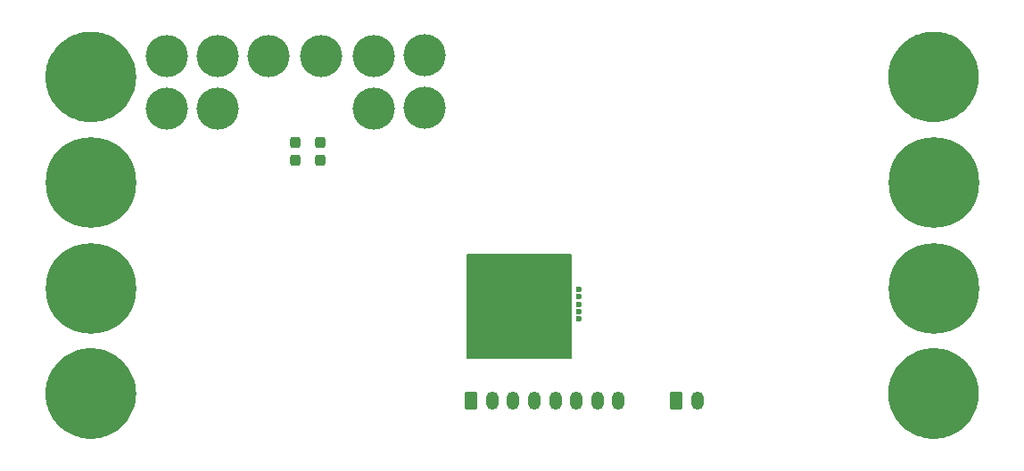
<source format=gbr>
%TF.GenerationSoftware,KiCad,Pcbnew,9.0.4*%
%TF.CreationDate,2025-09-17T13:52:31+02:00*%
%TF.ProjectId,switching_psu,73776974-6368-4696-9e67-5f7073752e6b,rev?*%
%TF.SameCoordinates,Original*%
%TF.FileFunction,Soldermask,Bot*%
%TF.FilePolarity,Negative*%
%FSLAX46Y46*%
G04 Gerber Fmt 4.6, Leading zero omitted, Abs format (unit mm)*
G04 Created by KiCad (PCBNEW 9.0.4) date 2025-09-17 13:52:31*
%MOMM*%
%LPD*%
G01*
G04 APERTURE LIST*
G04 Aperture macros list*
%AMRoundRect*
0 Rectangle with rounded corners*
0 $1 Rounding radius*
0 $2 $3 $4 $5 $6 $7 $8 $9 X,Y pos of 4 corners*
0 Add a 4 corners polygon primitive as box body*
4,1,4,$2,$3,$4,$5,$6,$7,$8,$9,$2,$3,0*
0 Add four circle primitives for the rounded corners*
1,1,$1+$1,$2,$3*
1,1,$1+$1,$4,$5*
1,1,$1+$1,$6,$7*
1,1,$1+$1,$8,$9*
0 Add four rect primitives between the rounded corners*
20,1,$1+$1,$2,$3,$4,$5,0*
20,1,$1+$1,$4,$5,$6,$7,0*
20,1,$1+$1,$6,$7,$8,$9,0*
20,1,$1+$1,$8,$9,$2,$3,0*%
G04 Aperture macros list end*
%ADD10C,4.300000*%
%ADD11C,0.900000*%
%ADD12C,8.600000*%
%ADD13RoundRect,0.250000X-0.350000X-0.625000X0.350000X-0.625000X0.350000X0.625000X-0.350000X0.625000X0*%
%ADD14O,1.200000X1.750000*%
%ADD15RoundRect,0.237500X0.237500X-0.300000X0.237500X0.300000X-0.237500X0.300000X-0.237500X-0.300000X0*%
%ADD16C,4.000000*%
%ADD17C,0.600000*%
G04 APERTURE END LIST*
D10*
%TO.C,H8*%
X185249354Y-109899000D03*
%TD*%
%TO.C,H5*%
X105249354Y-79799000D03*
%TD*%
%TO.C,H6*%
X185249354Y-79799000D03*
%TD*%
D11*
%TO.C,H1*%
X102024354Y-99900000D03*
X102968935Y-97619581D03*
X102968935Y-102180419D03*
X105249354Y-96675000D03*
D12*
X105249354Y-99900000D03*
D11*
X105249354Y-103125000D03*
X107529773Y-97619581D03*
X107529773Y-102180419D03*
X108474354Y-99900000D03*
%TD*%
%TO.C,H3*%
X182024354Y-89799000D03*
X182968935Y-87518581D03*
X182968935Y-92079419D03*
X185249354Y-86574000D03*
D12*
X185249354Y-89799000D03*
D11*
X185249354Y-93024000D03*
X187529773Y-87518581D03*
X187529773Y-92079419D03*
X188474354Y-89799000D03*
%TD*%
D10*
%TO.C,H7*%
X105249354Y-109899000D03*
%TD*%
D11*
%TO.C,H4*%
X182024354Y-99899000D03*
X182968935Y-97618581D03*
X182968935Y-102179419D03*
X185249354Y-96674000D03*
D12*
X185249354Y-99899000D03*
D11*
X185249354Y-103124000D03*
X187529773Y-97618581D03*
X187529773Y-102179419D03*
X188474354Y-99899000D03*
%TD*%
%TO.C,H2*%
X102024354Y-89799000D03*
X102968935Y-87518581D03*
X102968935Y-92079419D03*
X105249354Y-86574000D03*
D12*
X105249354Y-89799000D03*
D11*
X105249354Y-93024000D03*
X107529773Y-87518581D03*
X107529773Y-92079419D03*
X108474354Y-89799000D03*
%TD*%
D13*
%TO.C,J2*%
X160849354Y-110599000D03*
D14*
X162849354Y-110599000D03*
%TD*%
D13*
%TO.C,J1*%
X141349354Y-110599000D03*
D14*
X143349354Y-110599000D03*
X145349354Y-110599000D03*
X147349354Y-110599000D03*
X149349354Y-110599000D03*
X151349354Y-110599000D03*
X153349354Y-110599000D03*
X155349354Y-110599000D03*
%TD*%
D15*
%TO.C,C22*%
X127000000Y-87725000D03*
X127000000Y-86000000D03*
%TD*%
%TO.C,C23*%
X124700000Y-87725000D03*
X124700000Y-86000000D03*
%TD*%
D16*
X136950646Y-82749646D03*
X136950646Y-77749646D03*
X112500646Y-77800000D03*
X112500646Y-82800000D03*
D17*
X150650000Y-100030000D03*
X146800000Y-100470000D03*
X146800000Y-101850000D03*
X151550000Y-101410000D03*
X149650000Y-101750000D03*
X151550000Y-102130000D03*
X147700000Y-101850000D03*
X151550000Y-100710000D03*
X151550000Y-102830000D03*
X150650000Y-100710000D03*
X148750000Y-101750000D03*
X147700000Y-101150000D03*
X146800000Y-101150000D03*
X150650000Y-102130000D03*
X150650000Y-102830000D03*
X150650000Y-101410000D03*
X151550000Y-100030000D03*
X147700000Y-100470000D03*
D16*
X132100000Y-82799000D03*
X117300000Y-77799000D03*
X127100000Y-77799000D03*
X132100000Y-77799000D03*
X122100000Y-77799000D03*
X117300000Y-82799000D03*
G36*
X105431689Y-105602924D02*
G01*
X105437020Y-105603153D01*
X105616389Y-105614748D01*
X105621705Y-105615207D01*
X105800380Y-105634505D01*
X105805672Y-105635192D01*
X105983361Y-105662160D01*
X105988618Y-105663074D01*
X106164973Y-105697660D01*
X106170186Y-105698799D01*
X106344916Y-105740947D01*
X106350075Y-105742310D01*
X106522794Y-105791926D01*
X106527890Y-105793509D01*
X106698346Y-105850520D01*
X106703369Y-105852321D01*
X106871194Y-105916605D01*
X106876134Y-105918621D01*
X107041055Y-105990073D01*
X107045905Y-105992299D01*
X107207577Y-106070769D01*
X107212326Y-106073201D01*
X107370474Y-106158555D01*
X107375114Y-106161190D01*
X107529461Y-106253279D01*
X107533984Y-106256111D01*
X107684229Y-106354758D01*
X107688625Y-106357782D01*
X107834470Y-106462789D01*
X107838732Y-106465999D01*
X107979939Y-106577194D01*
X107984059Y-106580585D01*
X108120334Y-106697737D01*
X108124306Y-106701302D01*
X108255429Y-106824224D01*
X108259241Y-106827956D01*
X108384942Y-106956390D01*
X108388592Y-106960283D01*
X108508667Y-107094025D01*
X108512145Y-107098071D01*
X108626342Y-107236839D01*
X108629644Y-107241032D01*
X108737776Y-107384601D01*
X108740893Y-107388931D01*
X108842730Y-107536990D01*
X108845659Y-107541451D01*
X108941054Y-107693791D01*
X108943788Y-107698373D01*
X109032526Y-107854650D01*
X109035060Y-107859345D01*
X109117000Y-108019309D01*
X109119330Y-108024110D01*
X109194300Y-108187424D01*
X109196422Y-108192321D01*
X109264316Y-108358761D01*
X109266224Y-108363743D01*
X109326878Y-108532898D01*
X109328571Y-108537959D01*
X109381899Y-108709597D01*
X109383372Y-108714725D01*
X109429265Y-108888492D01*
X109430516Y-108893679D01*
X109468891Y-109069254D01*
X109469918Y-109074491D01*
X109500701Y-109251546D01*
X109501502Y-109256821D01*
X109524642Y-109435058D01*
X109525215Y-109440363D01*
X109540666Y-109619427D01*
X109541010Y-109624753D01*
X109548741Y-109804297D01*
X109548856Y-109809631D01*
X109548856Y-109989364D01*
X109548741Y-109994698D01*
X109541010Y-110174242D01*
X109540666Y-110179568D01*
X109525215Y-110358632D01*
X109524642Y-110363937D01*
X109501502Y-110542174D01*
X109500701Y-110547449D01*
X109469918Y-110724504D01*
X109468891Y-110729741D01*
X109430516Y-110905316D01*
X109429265Y-110910503D01*
X109383372Y-111084270D01*
X109381899Y-111089398D01*
X109328571Y-111261036D01*
X109326878Y-111266097D01*
X109266224Y-111435252D01*
X109264316Y-111440234D01*
X109196422Y-111606674D01*
X109194300Y-111611571D01*
X109119330Y-111774885D01*
X109117000Y-111779686D01*
X109035060Y-111939650D01*
X109032526Y-111944345D01*
X108943788Y-112100622D01*
X108941054Y-112105204D01*
X108845659Y-112257544D01*
X108842730Y-112262005D01*
X108740893Y-112410064D01*
X108737776Y-112414394D01*
X108629644Y-112557963D01*
X108626342Y-112562156D01*
X108512145Y-112700924D01*
X108508667Y-112704970D01*
X108388592Y-112838712D01*
X108384942Y-112842605D01*
X108259241Y-112971039D01*
X108255429Y-112974771D01*
X108124306Y-113097693D01*
X108120334Y-113101258D01*
X107984059Y-113218410D01*
X107979939Y-113221801D01*
X107838732Y-113332996D01*
X107834470Y-113336206D01*
X107688625Y-113441213D01*
X107684229Y-113444237D01*
X107533984Y-113542884D01*
X107529461Y-113545716D01*
X107375114Y-113637805D01*
X107370474Y-113640440D01*
X107212326Y-113725794D01*
X107207577Y-113728226D01*
X107045905Y-113806696D01*
X107041055Y-113808922D01*
X106876134Y-113880374D01*
X106871194Y-113882390D01*
X106703369Y-113946674D01*
X106698346Y-113948475D01*
X106527890Y-114005486D01*
X106522794Y-114007069D01*
X106350075Y-114056685D01*
X106344916Y-114058048D01*
X106170186Y-114100196D01*
X106164973Y-114101335D01*
X105988618Y-114135921D01*
X105983361Y-114136835D01*
X105805672Y-114163803D01*
X105800380Y-114164490D01*
X105621705Y-114183788D01*
X105616389Y-114184247D01*
X105437020Y-114195842D01*
X105431689Y-114196071D01*
X105252022Y-114199938D01*
X105246686Y-114199938D01*
X105067018Y-114196071D01*
X105061687Y-114195842D01*
X104882318Y-114184247D01*
X104877002Y-114183788D01*
X104698327Y-114164490D01*
X104693035Y-114163803D01*
X104515346Y-114136835D01*
X104510089Y-114135921D01*
X104333734Y-114101335D01*
X104328521Y-114100196D01*
X104153791Y-114058048D01*
X104148632Y-114056685D01*
X103975913Y-114007069D01*
X103970817Y-114005486D01*
X103800361Y-113948475D01*
X103795338Y-113946674D01*
X103627513Y-113882390D01*
X103622573Y-113880374D01*
X103457652Y-113808922D01*
X103452802Y-113806696D01*
X103291130Y-113728226D01*
X103286381Y-113725794D01*
X103128233Y-113640440D01*
X103123593Y-113637805D01*
X102969246Y-113545716D01*
X102964723Y-113542884D01*
X102814478Y-113444237D01*
X102810082Y-113441213D01*
X102664237Y-113336206D01*
X102659975Y-113332996D01*
X102518768Y-113221801D01*
X102514648Y-113218410D01*
X102378373Y-113101258D01*
X102374401Y-113097693D01*
X102243278Y-112974771D01*
X102239466Y-112971039D01*
X102113765Y-112842605D01*
X102110115Y-112838712D01*
X101990040Y-112704970D01*
X101986562Y-112700924D01*
X101872365Y-112562156D01*
X101869063Y-112557963D01*
X101760931Y-112414394D01*
X101757814Y-112410064D01*
X101655977Y-112262005D01*
X101653048Y-112257544D01*
X101557653Y-112105204D01*
X101554919Y-112100622D01*
X101466181Y-111944345D01*
X101463647Y-111939650D01*
X101381707Y-111779686D01*
X101379377Y-111774885D01*
X101304407Y-111611571D01*
X101302285Y-111606674D01*
X101234391Y-111440234D01*
X101232483Y-111435252D01*
X101171829Y-111266097D01*
X101170136Y-111261036D01*
X101116808Y-111089398D01*
X101115335Y-111084270D01*
X101069442Y-110910503D01*
X101068191Y-110905316D01*
X101029816Y-110729741D01*
X101028789Y-110724504D01*
X100998006Y-110547449D01*
X100997205Y-110542174D01*
X100974065Y-110363937D01*
X100973492Y-110358632D01*
X100958041Y-110179568D01*
X100957697Y-110174242D01*
X100949952Y-109994360D01*
X100949839Y-109989694D01*
X100949357Y-109900166D01*
X100949357Y-109898830D01*
X100949839Y-109809301D01*
X100949952Y-109804635D01*
X100957697Y-109624753D01*
X100958041Y-109619427D01*
X100973492Y-109440363D01*
X100974065Y-109435058D01*
X100997205Y-109256821D01*
X100998006Y-109251546D01*
X101028789Y-109074491D01*
X101029816Y-109069254D01*
X101068191Y-108893679D01*
X101069442Y-108888492D01*
X101115335Y-108714725D01*
X101116808Y-108709597D01*
X101170136Y-108537959D01*
X101171829Y-108532898D01*
X101232483Y-108363743D01*
X101234391Y-108358761D01*
X101302285Y-108192321D01*
X101304407Y-108187424D01*
X101379377Y-108024110D01*
X101381707Y-108019309D01*
X101463647Y-107859345D01*
X101466181Y-107854650D01*
X101554919Y-107698373D01*
X101557653Y-107693791D01*
X101653048Y-107541451D01*
X101655977Y-107536990D01*
X101757814Y-107388931D01*
X101760931Y-107384601D01*
X101869063Y-107241032D01*
X101872365Y-107236839D01*
X101986562Y-107098071D01*
X101990040Y-107094025D01*
X102110115Y-106960283D01*
X102113765Y-106956390D01*
X102239466Y-106827956D01*
X102243278Y-106824224D01*
X102374401Y-106701302D01*
X102378373Y-106697737D01*
X102514648Y-106580585D01*
X102518768Y-106577194D01*
X102659975Y-106465999D01*
X102664237Y-106462789D01*
X102810082Y-106357782D01*
X102814478Y-106354758D01*
X102964723Y-106256111D01*
X102969246Y-106253279D01*
X103123593Y-106161190D01*
X103128233Y-106158555D01*
X103286381Y-106073201D01*
X103291130Y-106070769D01*
X103452802Y-105992299D01*
X103457652Y-105990073D01*
X103622573Y-105918621D01*
X103627513Y-105916605D01*
X103795338Y-105852321D01*
X103800361Y-105850520D01*
X103970817Y-105793509D01*
X103975913Y-105791926D01*
X104148632Y-105742310D01*
X104153791Y-105740947D01*
X104328521Y-105698799D01*
X104333734Y-105697660D01*
X104510089Y-105663074D01*
X104515346Y-105662160D01*
X104693035Y-105635192D01*
X104698327Y-105634505D01*
X104877002Y-105615207D01*
X104882318Y-105614748D01*
X105061687Y-105603153D01*
X105067018Y-105602924D01*
X105246686Y-105599057D01*
X105252022Y-105599057D01*
X105431689Y-105602924D01*
G37*
G36*
X185431689Y-105601928D02*
G01*
X185437020Y-105602157D01*
X185616389Y-105613752D01*
X185621705Y-105614211D01*
X185800380Y-105633509D01*
X185805672Y-105634196D01*
X185983361Y-105661164D01*
X185988618Y-105662078D01*
X186164973Y-105696664D01*
X186170186Y-105697803D01*
X186344916Y-105739951D01*
X186350075Y-105741314D01*
X186522794Y-105790930D01*
X186527890Y-105792513D01*
X186698346Y-105849524D01*
X186703369Y-105851325D01*
X186871194Y-105915609D01*
X186876134Y-105917625D01*
X187041055Y-105989077D01*
X187045905Y-105991303D01*
X187207577Y-106069773D01*
X187212326Y-106072205D01*
X187370474Y-106157559D01*
X187375114Y-106160194D01*
X187529461Y-106252283D01*
X187533984Y-106255115D01*
X187684229Y-106353762D01*
X187688625Y-106356786D01*
X187834470Y-106461793D01*
X187838732Y-106465003D01*
X187979939Y-106576198D01*
X187984059Y-106579589D01*
X188120334Y-106696741D01*
X188124306Y-106700306D01*
X188255429Y-106823228D01*
X188259241Y-106826960D01*
X188384942Y-106955394D01*
X188388592Y-106959287D01*
X188508667Y-107093029D01*
X188512145Y-107097075D01*
X188626342Y-107235843D01*
X188629644Y-107240036D01*
X188737776Y-107383605D01*
X188740893Y-107387935D01*
X188842730Y-107535994D01*
X188845659Y-107540455D01*
X188941054Y-107692795D01*
X188943788Y-107697377D01*
X189032526Y-107853654D01*
X189035060Y-107858349D01*
X189117000Y-108018313D01*
X189119330Y-108023114D01*
X189194300Y-108186428D01*
X189196422Y-108191325D01*
X189264316Y-108357765D01*
X189266224Y-108362747D01*
X189326878Y-108531902D01*
X189328571Y-108536963D01*
X189381899Y-108708601D01*
X189383372Y-108713729D01*
X189429265Y-108887496D01*
X189430516Y-108892683D01*
X189468891Y-109068258D01*
X189469918Y-109073495D01*
X189500701Y-109250550D01*
X189501502Y-109255825D01*
X189524642Y-109434062D01*
X189525215Y-109439367D01*
X189540666Y-109618431D01*
X189541010Y-109623757D01*
X189548741Y-109803301D01*
X189548856Y-109808635D01*
X189548856Y-109988368D01*
X189548741Y-109993702D01*
X189541010Y-110173246D01*
X189540666Y-110178572D01*
X189525215Y-110357636D01*
X189524642Y-110362941D01*
X189501502Y-110541178D01*
X189500701Y-110546453D01*
X189469918Y-110723508D01*
X189468891Y-110728745D01*
X189430516Y-110904320D01*
X189429265Y-110909507D01*
X189383372Y-111083274D01*
X189381899Y-111088402D01*
X189328571Y-111260040D01*
X189326878Y-111265101D01*
X189266224Y-111434256D01*
X189264316Y-111439238D01*
X189196422Y-111605678D01*
X189194300Y-111610575D01*
X189119330Y-111773889D01*
X189117000Y-111778690D01*
X189035060Y-111938654D01*
X189032526Y-111943349D01*
X188943788Y-112099626D01*
X188941054Y-112104208D01*
X188845659Y-112256548D01*
X188842730Y-112261009D01*
X188740893Y-112409068D01*
X188737776Y-112413398D01*
X188629644Y-112556967D01*
X188626342Y-112561160D01*
X188512145Y-112699928D01*
X188508667Y-112703974D01*
X188388592Y-112837716D01*
X188384942Y-112841609D01*
X188259241Y-112970043D01*
X188255429Y-112973775D01*
X188124306Y-113096697D01*
X188120334Y-113100262D01*
X187984059Y-113217414D01*
X187979939Y-113220805D01*
X187838732Y-113332000D01*
X187834470Y-113335210D01*
X187688625Y-113440217D01*
X187684229Y-113443241D01*
X187533984Y-113541888D01*
X187529461Y-113544720D01*
X187375114Y-113636809D01*
X187370474Y-113639444D01*
X187212326Y-113724798D01*
X187207577Y-113727230D01*
X187045905Y-113805700D01*
X187041055Y-113807926D01*
X186876134Y-113879378D01*
X186871194Y-113881394D01*
X186703369Y-113945678D01*
X186698346Y-113947479D01*
X186527890Y-114004490D01*
X186522794Y-114006073D01*
X186350075Y-114055689D01*
X186344916Y-114057052D01*
X186170186Y-114099200D01*
X186164973Y-114100339D01*
X185988618Y-114134925D01*
X185983361Y-114135839D01*
X185805672Y-114162807D01*
X185800380Y-114163494D01*
X185621705Y-114182792D01*
X185616389Y-114183251D01*
X185437020Y-114194846D01*
X185431689Y-114195075D01*
X185252022Y-114198942D01*
X185246686Y-114198942D01*
X185067018Y-114195075D01*
X185061687Y-114194846D01*
X184882318Y-114183251D01*
X184877002Y-114182792D01*
X184698327Y-114163494D01*
X184693035Y-114162807D01*
X184515346Y-114135839D01*
X184510089Y-114134925D01*
X184333734Y-114100339D01*
X184328521Y-114099200D01*
X184153791Y-114057052D01*
X184148632Y-114055689D01*
X183975913Y-114006073D01*
X183970817Y-114004490D01*
X183800361Y-113947479D01*
X183795338Y-113945678D01*
X183627513Y-113881394D01*
X183622573Y-113879378D01*
X183457652Y-113807926D01*
X183452802Y-113805700D01*
X183291130Y-113727230D01*
X183286381Y-113724798D01*
X183128233Y-113639444D01*
X183123593Y-113636809D01*
X182969246Y-113544720D01*
X182964723Y-113541888D01*
X182814478Y-113443241D01*
X182810082Y-113440217D01*
X182664237Y-113335210D01*
X182659975Y-113332000D01*
X182518768Y-113220805D01*
X182514648Y-113217414D01*
X182378373Y-113100262D01*
X182374401Y-113096697D01*
X182243278Y-112973775D01*
X182239466Y-112970043D01*
X182113765Y-112841609D01*
X182110115Y-112837716D01*
X181990040Y-112703974D01*
X181986562Y-112699928D01*
X181872365Y-112561160D01*
X181869063Y-112556967D01*
X181760931Y-112413398D01*
X181757814Y-112409068D01*
X181655977Y-112261009D01*
X181653048Y-112256548D01*
X181557653Y-112104208D01*
X181554919Y-112099626D01*
X181466181Y-111943349D01*
X181463647Y-111938654D01*
X181381707Y-111778690D01*
X181379377Y-111773889D01*
X181304407Y-111610575D01*
X181302285Y-111605678D01*
X181234391Y-111439238D01*
X181232483Y-111434256D01*
X181171829Y-111265101D01*
X181170136Y-111260040D01*
X181116808Y-111088402D01*
X181115335Y-111083274D01*
X181069442Y-110909507D01*
X181068191Y-110904320D01*
X181029816Y-110728745D01*
X181028789Y-110723508D01*
X180998006Y-110546453D01*
X180997205Y-110541178D01*
X180974065Y-110362941D01*
X180973492Y-110357636D01*
X180958041Y-110178572D01*
X180957697Y-110173246D01*
X180949952Y-109993364D01*
X180949839Y-109988698D01*
X180949357Y-109899170D01*
X180949357Y-109897834D01*
X180949839Y-109808305D01*
X180949952Y-109803639D01*
X180957697Y-109623757D01*
X180958041Y-109618431D01*
X180973492Y-109439367D01*
X180974065Y-109434062D01*
X180997205Y-109255825D01*
X180998006Y-109250550D01*
X181028789Y-109073495D01*
X181029816Y-109068258D01*
X181068191Y-108892683D01*
X181069442Y-108887496D01*
X181115335Y-108713729D01*
X181116808Y-108708601D01*
X181170136Y-108536963D01*
X181171829Y-108531902D01*
X181232483Y-108362747D01*
X181234391Y-108357765D01*
X181302285Y-108191325D01*
X181304407Y-108186428D01*
X181379377Y-108023114D01*
X181381707Y-108018313D01*
X181463647Y-107858349D01*
X181466181Y-107853654D01*
X181554919Y-107697377D01*
X181557653Y-107692795D01*
X181653048Y-107540455D01*
X181655977Y-107535994D01*
X181757814Y-107387935D01*
X181760931Y-107383605D01*
X181869063Y-107240036D01*
X181872365Y-107235843D01*
X181986562Y-107097075D01*
X181990040Y-107093029D01*
X182110115Y-106959287D01*
X182113765Y-106955394D01*
X182239466Y-106826960D01*
X182243278Y-106823228D01*
X182374401Y-106700306D01*
X182378373Y-106696741D01*
X182514648Y-106579589D01*
X182518768Y-106576198D01*
X182659975Y-106465003D01*
X182664237Y-106461793D01*
X182810082Y-106356786D01*
X182814478Y-106353762D01*
X182964723Y-106255115D01*
X182969246Y-106252283D01*
X183123593Y-106160194D01*
X183128233Y-106157559D01*
X183286381Y-106072205D01*
X183291130Y-106069773D01*
X183452802Y-105991303D01*
X183457652Y-105989077D01*
X183622573Y-105917625D01*
X183627513Y-105915609D01*
X183795338Y-105851325D01*
X183800361Y-105849524D01*
X183970817Y-105792513D01*
X183975913Y-105790930D01*
X184148632Y-105741314D01*
X184153791Y-105739951D01*
X184328521Y-105697803D01*
X184333734Y-105696664D01*
X184510089Y-105662078D01*
X184515346Y-105661164D01*
X184693035Y-105634196D01*
X184698327Y-105633509D01*
X184877002Y-105614211D01*
X184882318Y-105613752D01*
X185061687Y-105602157D01*
X185067018Y-105601928D01*
X185246686Y-105598061D01*
X185252022Y-105598061D01*
X185431689Y-105601928D01*
G37*
G36*
X185431921Y-75494343D02*
G01*
X185437252Y-75494572D01*
X185616621Y-75506167D01*
X185621937Y-75506626D01*
X185800612Y-75525924D01*
X185805904Y-75526611D01*
X185983593Y-75553579D01*
X185988850Y-75554493D01*
X186165205Y-75589079D01*
X186170418Y-75590218D01*
X186345148Y-75632366D01*
X186350307Y-75633729D01*
X186523026Y-75683345D01*
X186528122Y-75684928D01*
X186698578Y-75741939D01*
X186703601Y-75743740D01*
X186871426Y-75808024D01*
X186876366Y-75810040D01*
X187041287Y-75881492D01*
X187046137Y-75883718D01*
X187207809Y-75962188D01*
X187212558Y-75964620D01*
X187370706Y-76049974D01*
X187375346Y-76052609D01*
X187529693Y-76144698D01*
X187534216Y-76147530D01*
X187684461Y-76246177D01*
X187688857Y-76249201D01*
X187834702Y-76354208D01*
X187838964Y-76357418D01*
X187980171Y-76468613D01*
X187984291Y-76472004D01*
X188120566Y-76589156D01*
X188124538Y-76592721D01*
X188255661Y-76715643D01*
X188259473Y-76719375D01*
X188385174Y-76847809D01*
X188388824Y-76851702D01*
X188508899Y-76985444D01*
X188512377Y-76989490D01*
X188626574Y-77128258D01*
X188629876Y-77132451D01*
X188738008Y-77276020D01*
X188741125Y-77280350D01*
X188842962Y-77428409D01*
X188845891Y-77432870D01*
X188941286Y-77585210D01*
X188944020Y-77589792D01*
X189032758Y-77746069D01*
X189035292Y-77750764D01*
X189117232Y-77910728D01*
X189119562Y-77915529D01*
X189194532Y-78078843D01*
X189196654Y-78083740D01*
X189264548Y-78250180D01*
X189266456Y-78255162D01*
X189327110Y-78424317D01*
X189328803Y-78429378D01*
X189382131Y-78601016D01*
X189383604Y-78606144D01*
X189429497Y-78779911D01*
X189430748Y-78785098D01*
X189469123Y-78960673D01*
X189470150Y-78965910D01*
X189500933Y-79142965D01*
X189501734Y-79148240D01*
X189524874Y-79326477D01*
X189525447Y-79331782D01*
X189540898Y-79510846D01*
X189541242Y-79516172D01*
X189548973Y-79695716D01*
X189549088Y-79701050D01*
X189549088Y-79880783D01*
X189548973Y-79886117D01*
X189541242Y-80065661D01*
X189540898Y-80070987D01*
X189525447Y-80250051D01*
X189524874Y-80255356D01*
X189501734Y-80433593D01*
X189500933Y-80438868D01*
X189470150Y-80615923D01*
X189469123Y-80621160D01*
X189430748Y-80796735D01*
X189429497Y-80801922D01*
X189383604Y-80975689D01*
X189382131Y-80980817D01*
X189328803Y-81152455D01*
X189327110Y-81157516D01*
X189266456Y-81326671D01*
X189264548Y-81331653D01*
X189196654Y-81498093D01*
X189194532Y-81502990D01*
X189119562Y-81666304D01*
X189117232Y-81671105D01*
X189035292Y-81831069D01*
X189032758Y-81835764D01*
X188944020Y-81992041D01*
X188941286Y-81996623D01*
X188845891Y-82148963D01*
X188842962Y-82153424D01*
X188741125Y-82301483D01*
X188738008Y-82305813D01*
X188629876Y-82449382D01*
X188626574Y-82453575D01*
X188512377Y-82592343D01*
X188508899Y-82596389D01*
X188388824Y-82730131D01*
X188385174Y-82734024D01*
X188259473Y-82862458D01*
X188255661Y-82866190D01*
X188124538Y-82989112D01*
X188120566Y-82992677D01*
X187984291Y-83109829D01*
X187980171Y-83113220D01*
X187838964Y-83224415D01*
X187834702Y-83227625D01*
X187688857Y-83332632D01*
X187684461Y-83335656D01*
X187534216Y-83434303D01*
X187529693Y-83437135D01*
X187375346Y-83529224D01*
X187370706Y-83531859D01*
X187212558Y-83617213D01*
X187207809Y-83619645D01*
X187046137Y-83698115D01*
X187041287Y-83700341D01*
X186876366Y-83771793D01*
X186871426Y-83773809D01*
X186703601Y-83838093D01*
X186698578Y-83839894D01*
X186528122Y-83896905D01*
X186523026Y-83898488D01*
X186350307Y-83948104D01*
X186345148Y-83949467D01*
X186170418Y-83991615D01*
X186165205Y-83992754D01*
X185988850Y-84027340D01*
X185983593Y-84028254D01*
X185805904Y-84055222D01*
X185800612Y-84055909D01*
X185621937Y-84075207D01*
X185616621Y-84075666D01*
X185437252Y-84087261D01*
X185431921Y-84087490D01*
X185252254Y-84091357D01*
X185246918Y-84091357D01*
X185067250Y-84087490D01*
X185061919Y-84087261D01*
X184882550Y-84075666D01*
X184877234Y-84075207D01*
X184698559Y-84055909D01*
X184693267Y-84055222D01*
X184515578Y-84028254D01*
X184510321Y-84027340D01*
X184333966Y-83992754D01*
X184328753Y-83991615D01*
X184154023Y-83949467D01*
X184148864Y-83948104D01*
X183976145Y-83898488D01*
X183971049Y-83896905D01*
X183800593Y-83839894D01*
X183795570Y-83838093D01*
X183627745Y-83773809D01*
X183622805Y-83771793D01*
X183457884Y-83700341D01*
X183453034Y-83698115D01*
X183291362Y-83619645D01*
X183286613Y-83617213D01*
X183128465Y-83531859D01*
X183123825Y-83529224D01*
X182969478Y-83437135D01*
X182964955Y-83434303D01*
X182814710Y-83335656D01*
X182810314Y-83332632D01*
X182664469Y-83227625D01*
X182660207Y-83224415D01*
X182519000Y-83113220D01*
X182514880Y-83109829D01*
X182378605Y-82992677D01*
X182374633Y-82989112D01*
X182243510Y-82866190D01*
X182239698Y-82862458D01*
X182113997Y-82734024D01*
X182110347Y-82730131D01*
X181990272Y-82596389D01*
X181986794Y-82592343D01*
X181872597Y-82453575D01*
X181869295Y-82449382D01*
X181761163Y-82305813D01*
X181758046Y-82301483D01*
X181656209Y-82153424D01*
X181653280Y-82148963D01*
X181557885Y-81996623D01*
X181555151Y-81992041D01*
X181466413Y-81835764D01*
X181463879Y-81831069D01*
X181381939Y-81671105D01*
X181379609Y-81666304D01*
X181304639Y-81502990D01*
X181302517Y-81498093D01*
X181234623Y-81331653D01*
X181232715Y-81326671D01*
X181172061Y-81157516D01*
X181170368Y-81152455D01*
X181117040Y-80980817D01*
X181115567Y-80975689D01*
X181069674Y-80801922D01*
X181068423Y-80796735D01*
X181030048Y-80621160D01*
X181029021Y-80615923D01*
X180998238Y-80438868D01*
X180997437Y-80433593D01*
X180974297Y-80255356D01*
X180973724Y-80250051D01*
X180958273Y-80070987D01*
X180957929Y-80065661D01*
X180950184Y-79885779D01*
X180950071Y-79881113D01*
X180949589Y-79791585D01*
X180949589Y-79790249D01*
X180950071Y-79700720D01*
X180950184Y-79696054D01*
X180957929Y-79516172D01*
X180958273Y-79510846D01*
X180973724Y-79331782D01*
X180974297Y-79326477D01*
X180997437Y-79148240D01*
X180998238Y-79142965D01*
X181029021Y-78965910D01*
X181030048Y-78960673D01*
X181068423Y-78785098D01*
X181069674Y-78779911D01*
X181115567Y-78606144D01*
X181117040Y-78601016D01*
X181170368Y-78429378D01*
X181172061Y-78424317D01*
X181232715Y-78255162D01*
X181234623Y-78250180D01*
X181302517Y-78083740D01*
X181304639Y-78078843D01*
X181379609Y-77915529D01*
X181381939Y-77910728D01*
X181463879Y-77750764D01*
X181466413Y-77746069D01*
X181555151Y-77589792D01*
X181557885Y-77585210D01*
X181653280Y-77432870D01*
X181656209Y-77428409D01*
X181758046Y-77280350D01*
X181761163Y-77276020D01*
X181869295Y-77132451D01*
X181872597Y-77128258D01*
X181986794Y-76989490D01*
X181990272Y-76985444D01*
X182110347Y-76851702D01*
X182113997Y-76847809D01*
X182239698Y-76719375D01*
X182243510Y-76715643D01*
X182374633Y-76592721D01*
X182378605Y-76589156D01*
X182514880Y-76472004D01*
X182519000Y-76468613D01*
X182660207Y-76357418D01*
X182664469Y-76354208D01*
X182810314Y-76249201D01*
X182814710Y-76246177D01*
X182964955Y-76147530D01*
X182969478Y-76144698D01*
X183123825Y-76052609D01*
X183128465Y-76049974D01*
X183286613Y-75964620D01*
X183291362Y-75962188D01*
X183453034Y-75883718D01*
X183457884Y-75881492D01*
X183622805Y-75810040D01*
X183627745Y-75808024D01*
X183795570Y-75743740D01*
X183800593Y-75741939D01*
X183971049Y-75684928D01*
X183976145Y-75683345D01*
X184148864Y-75633729D01*
X184154023Y-75632366D01*
X184328753Y-75590218D01*
X184333966Y-75589079D01*
X184510321Y-75554493D01*
X184515578Y-75553579D01*
X184693267Y-75526611D01*
X184698559Y-75525924D01*
X184877234Y-75506626D01*
X184882550Y-75506167D01*
X185061919Y-75494572D01*
X185067250Y-75494343D01*
X185246918Y-75490476D01*
X185252254Y-75490476D01*
X185431921Y-75494343D01*
G37*
G36*
X105431689Y-75502426D02*
G01*
X105437020Y-75502655D01*
X105616389Y-75514250D01*
X105621705Y-75514709D01*
X105800380Y-75534007D01*
X105805672Y-75534694D01*
X105983361Y-75561662D01*
X105988618Y-75562576D01*
X106164973Y-75597162D01*
X106170186Y-75598301D01*
X106344916Y-75640449D01*
X106350075Y-75641812D01*
X106522794Y-75691428D01*
X106527890Y-75693011D01*
X106698346Y-75750022D01*
X106703369Y-75751823D01*
X106871194Y-75816107D01*
X106876134Y-75818123D01*
X107041055Y-75889575D01*
X107045905Y-75891801D01*
X107207577Y-75970271D01*
X107212326Y-75972703D01*
X107370474Y-76058057D01*
X107375114Y-76060692D01*
X107529461Y-76152781D01*
X107533984Y-76155613D01*
X107684229Y-76254260D01*
X107688625Y-76257284D01*
X107834470Y-76362291D01*
X107838732Y-76365501D01*
X107979939Y-76476696D01*
X107984059Y-76480087D01*
X108120334Y-76597239D01*
X108124306Y-76600804D01*
X108255429Y-76723726D01*
X108259241Y-76727458D01*
X108384942Y-76855892D01*
X108388592Y-76859785D01*
X108508667Y-76993527D01*
X108512145Y-76997573D01*
X108626342Y-77136341D01*
X108629644Y-77140534D01*
X108737776Y-77284103D01*
X108740893Y-77288433D01*
X108842730Y-77436492D01*
X108845659Y-77440953D01*
X108941054Y-77593293D01*
X108943788Y-77597875D01*
X109032526Y-77754152D01*
X109035060Y-77758847D01*
X109117000Y-77918811D01*
X109119330Y-77923612D01*
X109194300Y-78086926D01*
X109196422Y-78091823D01*
X109264316Y-78258263D01*
X109266224Y-78263245D01*
X109326878Y-78432400D01*
X109328571Y-78437461D01*
X109381899Y-78609099D01*
X109383372Y-78614227D01*
X109429265Y-78787994D01*
X109430516Y-78793181D01*
X109468891Y-78968756D01*
X109469918Y-78973993D01*
X109500701Y-79151048D01*
X109501502Y-79156323D01*
X109524642Y-79334560D01*
X109525215Y-79339865D01*
X109540666Y-79518929D01*
X109541010Y-79524255D01*
X109548741Y-79703799D01*
X109548856Y-79709133D01*
X109548856Y-79888866D01*
X109548741Y-79894200D01*
X109541010Y-80073744D01*
X109540666Y-80079070D01*
X109525215Y-80258134D01*
X109524642Y-80263439D01*
X109501502Y-80441676D01*
X109500701Y-80446951D01*
X109469918Y-80624006D01*
X109468891Y-80629243D01*
X109430516Y-80804818D01*
X109429265Y-80810005D01*
X109383372Y-80983772D01*
X109381899Y-80988900D01*
X109328571Y-81160538D01*
X109326878Y-81165599D01*
X109266224Y-81334754D01*
X109264316Y-81339736D01*
X109196422Y-81506176D01*
X109194300Y-81511073D01*
X109119330Y-81674387D01*
X109117000Y-81679188D01*
X109035060Y-81839152D01*
X109032526Y-81843847D01*
X108943788Y-82000124D01*
X108941054Y-82004706D01*
X108845659Y-82157046D01*
X108842730Y-82161507D01*
X108740893Y-82309566D01*
X108737776Y-82313896D01*
X108629644Y-82457465D01*
X108626342Y-82461658D01*
X108512145Y-82600426D01*
X108508667Y-82604472D01*
X108388592Y-82738214D01*
X108384942Y-82742107D01*
X108259241Y-82870541D01*
X108255429Y-82874273D01*
X108124306Y-82997195D01*
X108120334Y-83000760D01*
X107984059Y-83117912D01*
X107979939Y-83121303D01*
X107838732Y-83232498D01*
X107834470Y-83235708D01*
X107688625Y-83340715D01*
X107684229Y-83343739D01*
X107533984Y-83442386D01*
X107529461Y-83445218D01*
X107375114Y-83537307D01*
X107370474Y-83539942D01*
X107212326Y-83625296D01*
X107207577Y-83627728D01*
X107045905Y-83706198D01*
X107041055Y-83708424D01*
X106876134Y-83779876D01*
X106871194Y-83781892D01*
X106703369Y-83846176D01*
X106698346Y-83847977D01*
X106527890Y-83904988D01*
X106522794Y-83906571D01*
X106350075Y-83956187D01*
X106344916Y-83957550D01*
X106170186Y-83999698D01*
X106164973Y-84000837D01*
X105988618Y-84035423D01*
X105983361Y-84036337D01*
X105805672Y-84063305D01*
X105800380Y-84063992D01*
X105621705Y-84083290D01*
X105616389Y-84083749D01*
X105437020Y-84095344D01*
X105431689Y-84095573D01*
X105252022Y-84099440D01*
X105246686Y-84099440D01*
X105067018Y-84095573D01*
X105061687Y-84095344D01*
X104882318Y-84083749D01*
X104877002Y-84083290D01*
X104698327Y-84063992D01*
X104693035Y-84063305D01*
X104515346Y-84036337D01*
X104510089Y-84035423D01*
X104333734Y-84000837D01*
X104328521Y-83999698D01*
X104153791Y-83957550D01*
X104148632Y-83956187D01*
X103975913Y-83906571D01*
X103970817Y-83904988D01*
X103800361Y-83847977D01*
X103795338Y-83846176D01*
X103627513Y-83781892D01*
X103622573Y-83779876D01*
X103457652Y-83708424D01*
X103452802Y-83706198D01*
X103291130Y-83627728D01*
X103286381Y-83625296D01*
X103128233Y-83539942D01*
X103123593Y-83537307D01*
X102969246Y-83445218D01*
X102964723Y-83442386D01*
X102814478Y-83343739D01*
X102810082Y-83340715D01*
X102664237Y-83235708D01*
X102659975Y-83232498D01*
X102518768Y-83121303D01*
X102514648Y-83117912D01*
X102378373Y-83000760D01*
X102374401Y-82997195D01*
X102243278Y-82874273D01*
X102239466Y-82870541D01*
X102113765Y-82742107D01*
X102110115Y-82738214D01*
X101990040Y-82604472D01*
X101986562Y-82600426D01*
X101872365Y-82461658D01*
X101869063Y-82457465D01*
X101760931Y-82313896D01*
X101757814Y-82309566D01*
X101655977Y-82161507D01*
X101653048Y-82157046D01*
X101557653Y-82004706D01*
X101554919Y-82000124D01*
X101466181Y-81843847D01*
X101463647Y-81839152D01*
X101381707Y-81679188D01*
X101379377Y-81674387D01*
X101304407Y-81511073D01*
X101302285Y-81506176D01*
X101234391Y-81339736D01*
X101232483Y-81334754D01*
X101171829Y-81165599D01*
X101170136Y-81160538D01*
X101116808Y-80988900D01*
X101115335Y-80983772D01*
X101069442Y-80810005D01*
X101068191Y-80804818D01*
X101029816Y-80629243D01*
X101028789Y-80624006D01*
X100998006Y-80446951D01*
X100997205Y-80441676D01*
X100974065Y-80263439D01*
X100973492Y-80258134D01*
X100958041Y-80079070D01*
X100957697Y-80073744D01*
X100949952Y-79893862D01*
X100949839Y-79889196D01*
X100949357Y-79799668D01*
X100949357Y-79798332D01*
X100949839Y-79708803D01*
X100949952Y-79704137D01*
X100957697Y-79524255D01*
X100958041Y-79518929D01*
X100973492Y-79339865D01*
X100974065Y-79334560D01*
X100997205Y-79156323D01*
X100998006Y-79151048D01*
X101028789Y-78973993D01*
X101029816Y-78968756D01*
X101068191Y-78793181D01*
X101069442Y-78787994D01*
X101115335Y-78614227D01*
X101116808Y-78609099D01*
X101170136Y-78437461D01*
X101171829Y-78432400D01*
X101232483Y-78263245D01*
X101234391Y-78258263D01*
X101302285Y-78091823D01*
X101304407Y-78086926D01*
X101379377Y-77923612D01*
X101381707Y-77918811D01*
X101463647Y-77758847D01*
X101466181Y-77754152D01*
X101554919Y-77597875D01*
X101557653Y-77593293D01*
X101653048Y-77440953D01*
X101655977Y-77436492D01*
X101757814Y-77288433D01*
X101760931Y-77284103D01*
X101869063Y-77140534D01*
X101872365Y-77136341D01*
X101986562Y-76997573D01*
X101990040Y-76993527D01*
X102110115Y-76859785D01*
X102113765Y-76855892D01*
X102239466Y-76727458D01*
X102243278Y-76723726D01*
X102374401Y-76600804D01*
X102378373Y-76597239D01*
X102514648Y-76480087D01*
X102518768Y-76476696D01*
X102659975Y-76365501D01*
X102664237Y-76362291D01*
X102810082Y-76257284D01*
X102814478Y-76254260D01*
X102964723Y-76155613D01*
X102969246Y-76152781D01*
X103123593Y-76060692D01*
X103128233Y-76058057D01*
X103286381Y-75972703D01*
X103291130Y-75970271D01*
X103452802Y-75891801D01*
X103457652Y-75889575D01*
X103622573Y-75818123D01*
X103627513Y-75816107D01*
X103795338Y-75751823D01*
X103800361Y-75750022D01*
X103970817Y-75693011D01*
X103975913Y-75691428D01*
X104148632Y-75641812D01*
X104153791Y-75640449D01*
X104328521Y-75598301D01*
X104333734Y-75597162D01*
X104510089Y-75562576D01*
X104515346Y-75561662D01*
X104693035Y-75534694D01*
X104698327Y-75534007D01*
X104877002Y-75514709D01*
X104882318Y-75514250D01*
X105061687Y-75502655D01*
X105067018Y-75502426D01*
X105246686Y-75498559D01*
X105252022Y-75498559D01*
X105431689Y-75502426D01*
G37*
G36*
X150843039Y-96619685D02*
G01*
X150888794Y-96672489D01*
X150900000Y-96724000D01*
X150900000Y-106476000D01*
X150880315Y-106543039D01*
X150827511Y-106588794D01*
X150776000Y-106600000D01*
X141024000Y-106600000D01*
X140956961Y-106580315D01*
X140911206Y-106527511D01*
X140900000Y-106476000D01*
X140900000Y-96724000D01*
X140919685Y-96656961D01*
X140972489Y-96611206D01*
X141024000Y-96600000D01*
X150776000Y-96600000D01*
X150843039Y-96619685D01*
G37*
M02*

</source>
